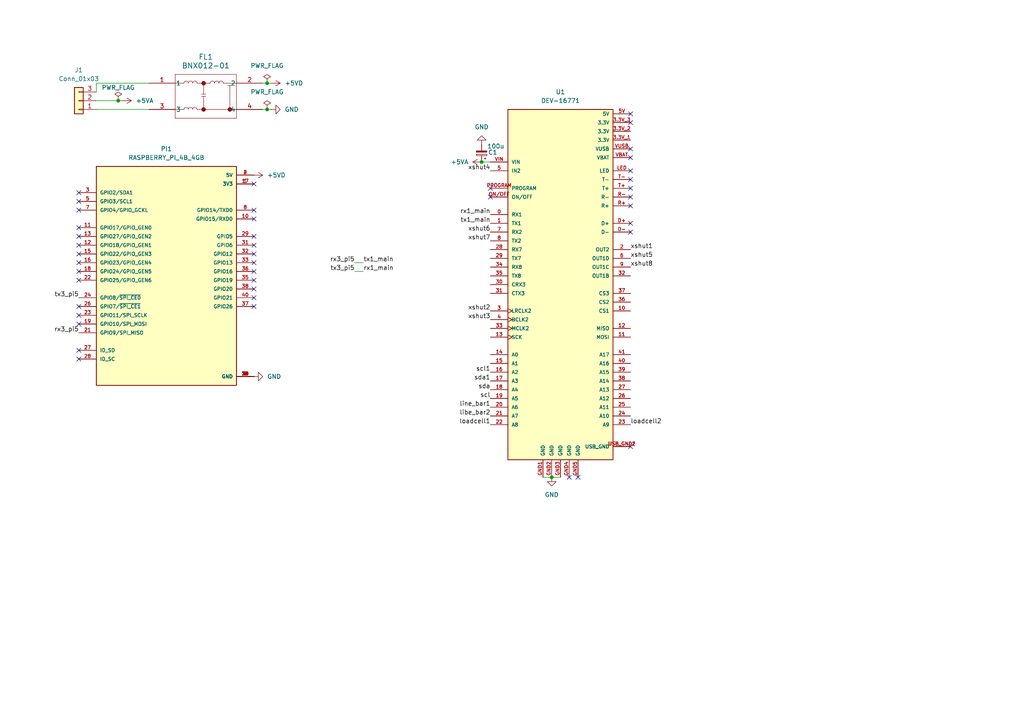
<source format=kicad_sch>
(kicad_sch (version 20231120) (generator "eeschema") (generator_version "8.0")
  (paper "A4")
  (lib_symbols
    (symbol "2024-09-25_16-45-16:BNX012-01" (pin_names (offset 0.254))
      (property "Reference" "FL1" (at 16.51 7.62 0))
      (property "Value" "BNX012-01" (at 16.51 5.08 0))
      (symbol "BNX012-01_0_1"
        (polyline (pts (xy 7.62 -10.16) (xy 25.4 -10.16)) (stroke (width 0.127)))
        (polyline (pts (xy 7.62 -7.62) (xy 10.16 -7.62)) (stroke (width 0.127)))
        (polyline (pts (xy 7.62 0) (xy 10.16 0)) (stroke (width 0.127)))
        (polyline (pts (xy 7.62 2.54) (xy 7.62 -10.16)) (stroke (width 0.127)))
        (polyline (pts (xy 13.97 -7.62) (xy 25.4 -7.62)) (stroke (width 0.127)))
        (polyline (pts (xy 13.97 0) (xy 17.78 0)) (stroke (width 0.127)))
        (polyline (pts (xy 15.24 -3.81) (xy 16.51 -3.81)) (stroke (width 0.127)))
        (polyline (pts (xy 15.24 -3.175) (xy 16.51 -3.175)) (stroke (width 0.127)))
        (polyline (pts (xy 15.875 -7.62) (xy 15.875 -3.81)) (stroke (width 0.127)))
        (polyline (pts (xy 15.875 -3.175) (xy 15.875 0)) (stroke (width 0.127)))
        (polyline (pts (xy 21.59 0) (xy 24.765 0)) (stroke (width 0.127)))
        (polyline (pts (xy 22.86 -0.635) (xy 24.13 -0.635)) (stroke (width 0.127)))
        (polyline (pts (xy 23.495 -7.62) (xy 23.495 -0.635)) (stroke (width 0.127)))
        (polyline (pts (xy 24.765 0) (xy 25.4 0)) (stroke (width 0.127)))
        (polyline (pts (xy 25.4 -10.16) (xy 25.4 2.54)) (stroke (width 0.127)))
        (polyline (pts (xy 25.4 2.54) (xy 7.62 2.54)) (stroke (width 0.127)))
        (arc (start 11.43 -7.62) (mid 10.795 -6.9877) (end 10.16 -7.62) (stroke (width 0.127)))
        (arc (start 11.43 0) (mid 10.795 0.6323) (end 10.16 0) (stroke (width 0.127)))
        (arc (start 12.7 -7.62) (mid 12.065 -6.9877) (end 11.43 -7.62) (stroke (width 0.127)))
        (arc (start 12.7 0) (mid 12.065 0.6323) (end 11.43 0) (stroke (width 0.127)))
        (arc (start 13.97 -7.62) (mid 13.335 -6.9877) (end 12.7 -7.62) (stroke (width 0.127)))
        (arc (start 13.97 0) (mid 13.335 0.6323) (end 12.7 0) (stroke (width 0.127)))
        (circle (center 15.875 -7.62) (radius 0.127) (stroke (width 0.508)))
        (circle (center 15.875 0) (radius 0.127) (stroke (width 0.508)))
        (arc (start 19.05 0) (mid 18.415 0.6323) (end 17.78 0) (stroke (width 0.127)))
        (arc (start 20.32 0) (mid 19.685 0.6323) (end 19.05 0) (stroke (width 0.127)))
        (arc (start 21.59 0) (mid 20.955 0.6323) (end 20.32 0) (stroke (width 0.127)))
        (circle (center 23.495 -7.62) (radius 0.127) (stroke (width 0.508)))
      )
      (symbol "BNX012-01_1_1"
        (pin passive line (at 0 0 0) (length 7.62) (name "1") (number "1"))
        (pin passive line (at 33.02 0 180) (length 7.62) (name "2") (number "2"))
        (pin passive line (at 0 -7.62 0) (length 7.62) (name "3") (number "3"))
        (pin passive line (at 33.02 -7.62 180) (length 7.62) (name "4") (number "4"))
      )
    )
    (symbol "Connector_Generic:Conn_01x03" (pin_names (offset 1.016) hide)
      (property "Reference" "J" (at 0 5.08 0))
      (property "Value" "Conn_01x03" (at 0 -5.08 0))
      (symbol "Conn_01x03_1_1"
        (rectangle (start -1.27 -2.413) (end 0 -2.667) (stroke (width 0.1524)))
        (rectangle (start -1.27 0.127) (end 0 -0.127) (stroke (width 0.1524)))
        (rectangle (start -1.27 2.667) (end 0 2.413) (stroke (width 0.1524)))
        (rectangle (start -1.27 3.81) (end 1.27 -3.81) (stroke (width 0.254)) (fill (type background)))
        (pin passive line (at -5.08 2.54 0) (length 3.81) (name "Pin_1") (number "1"))
        (pin passive line (at -5.08 0 0) (length 3.81) (name "Pin_2") (number "2"))
        (pin passive line (at -5.08 -2.54 0) (length 3.81) (name "Pin_3") (number "3"))
      )
    )
    (symbol "DEV-16771:DEV-16771" (pin_names (offset 1.016))
      (property "Reference" "U1" (at 0 55.88 0))
      (property "Value" "DEV-16771" (at 0 53.34 0))
      (symbol "DEV-16771_0_0"
        (rectangle (start -15.24 -50.8) (end 15.24 50.8) (stroke (width 0.254)) (fill (type background)))
        (pin bidirectional line (at -20.32 20.32 0) (length 5.08) (name "RX1") (number "0"))
        (pin bidirectional line (at -20.32 17.78 0) (length 5.08) (name "TX1") (number "1"))
        (pin bidirectional line (at 20.32 -7.62 180) (length 5.08) (name "CS1") (number "10"))
        (pin bidirectional line (at 20.32 -15.24 180) (length 5.08) (name "MOSI") (number "11"))
        (pin bidirectional line (at 20.32 -12.7 180) (length 5.08) (name "MISO") (number "12"))
        (pin bidirectional clock (at -20.32 -15.24 0) (length 5.08) (name "SCK") (number "13"))
        (pin bidirectional line (at -20.32 -20.32 0) (length 5.08) (name "A0") (number "14"))
        (pin bidirectional line (at -20.32 -22.86 0) (length 5.08) (name "A1") (number "15"))
        (pin bidirectional line (at -20.32 -25.4 0) (length 5.08) (name "A2") (number "16"))
        (pin bidirectional line (at -20.32 -27.94 0) (length 5.08) (name "A3") (number "17"))
        (pin bidirectional line (at -20.32 -30.48 0) (length 5.08) (name "A4") (number "18"))
        (pin bidirectional line (at -20.32 -33.02 0) (length 5.08) (name "A5") (number "19"))
        (pin output line (at 20.32 10.16 180) (length 5.08) (name "OUT2") (number "2"))
        (pin bidirectional line (at -20.32 -35.56 0) (length 5.08) (name "A6") (number "20"))
        (pin bidirectional line (at -20.32 -38.1 0) (length 5.08) (name "A7") (number "21"))
        (pin bidirectional line (at -20.32 -40.64 0) (length 5.08) (name "A8") (number "22"))
        (pin bidirectional line (at 20.32 -40.64 180) (length 5.08) (name "A9") (number "23"))
        (pin bidirectional line (at 20.32 -38.1 180) (length 5.08) (name "A10") (number "24"))
        (pin bidirectional line (at 20.32 -35.56 180) (length 5.08) (name "A11") (number "25"))
        (pin bidirectional line (at 20.32 -33.02 180) (length 5.08) (name "A12") (number "26"))
        (pin bidirectional line (at 20.32 -30.48 180) (length 5.08) (name "A13") (number "27"))
        (pin bidirectional line (at -20.32 10.16 0) (length 5.08) (name "RX7") (number "28"))
        (pin bidirectional line (at -20.32 7.62 0) (length 5.08) (name "TX7") (number "29"))
        (pin bidirectional clock (at -20.32 -7.62 0) (length 5.08) (name "LRCLK2") (number "3"))
        (pin power_in line (at 20.32 41.91 180) (length 5.08) (name "3.3V") (number "3.3V_1"))
        (pin power_in line (at 20.32 44.45 180) (length 5.08) (name "3.3V") (number "3.3V_2"))
        (pin power_in line (at 20.32 46.99 180) (length 5.08) (name "3.3V") (number "3.3V_3"))
        (pin bidirectional line (at -20.32 0 0) (length 5.08) (name "CRX3") (number "30"))
        (pin bidirectional line (at -20.32 -2.54 0) (length 5.08) (name "CTX3") (number "31"))
        (pin output line (at 20.32 2.54 180) (length 5.08) (name "OUT1B") (number "32"))
        (pin bidirectional clock (at -20.32 -12.7 0) (length 5.08) (name "MCLK2") (number "33"))
        (pin bidirectional line (at -20.32 5.08 0) (length 5.08) (name "RX8") (number "34"))
        (pin bidirectional line (at -20.32 2.54 0) (length 5.08) (name "TX8") (number "35"))
        (pin bidirectional line (at 20.32 -5.08 180) (length 5.08) (name "CS2") (number "36"))
        (pin bidirectional line (at 20.32 -2.54 180) (length 5.08) (name "CS3") (number "37"))
        (pin bidirectional line (at 20.32 -27.94 180) (length 5.08) (name "A14") (number "38"))
        (pin bidirectional line (at 20.32 -25.4 180) (length 5.08) (name "A15") (number "39"))
        (pin bidirectional clock (at -20.32 -10.16 0) (length 5.08) (name "BCLK2") (number "4"))
        (pin bidirectional line (at 20.32 -22.86 180) (length 5.08) (name "A16") (number "40"))
        (pin bidirectional line (at 20.32 -20.32 180) (length 5.08) (name "A17") (number "41"))
        (pin bidirectional line (at -20.32 33.02 0) (length 5.08) (name "IN2") (number "5"))
        (pin power_in line (at 20.32 49.53 180) (length 5.08) (name "5V") (number "5V"))
        (pin output line (at 20.32 7.62 180) (length 5.08) (name "OUT1D") (number "6"))
        (pin bidirectional line (at -20.32 15.24 0) (length 5.08) (name "RX2") (number "7"))
        (pin bidirectional line (at -20.32 12.7 0) (length 5.08) (name "TX2") (number "8"))
        (pin output line (at 20.32 5.08 180) (length 5.08) (name "OUT1C") (number "9"))
        (pin bidirectional line (at 20.32 17.78 180) (length 5.08) (name "D+") (number "D+"))
        (pin bidirectional line (at 20.32 15.24 180) (length 5.08) (name "D-") (number "D-"))
        (pin power_in line (at -5.08 -55.88 90) (length 5.08) (name "GND") (number "GND1"))
        (pin power_in line (at -2.54 -55.88 90) (length 5.08) (name "GND") (number "GND2"))
        (pin power_in line (at 0 -55.88 90) (length 5.08) (name "GND") (number "GND3"))
        (pin power_in line (at 2.54 -55.88 90) (length 5.08) (name "GND") (number "GND4"))
        (pin power_in line (at 5.08 -55.88 90) (length 5.08) (name "GND") (number "GND5"))
        (pin bidirectional line (at 20.32 33.02 180) (length 5.08) (name "LED") (number "LED"))
        (pin bidirectional line (at -20.32 25.4 0) (length 5.08) (name "ON/OFF") (number "ON/OFF"))
        (pin bidirectional line (at -20.32 27.94 0) (length 5.08) (name "PROGRAM") (number "PROGRAM"))
        (pin bidirectional line (at 20.32 22.86 180) (length 5.08) (name "R+") (number "R+"))
        (pin bidirectional line (at 20.32 25.4 180) (length 5.08) (name "R-") (number "R-"))
        (pin bidirectional line (at 20.32 27.94 180) (length 5.08) (name "T+") (number "T+"))
        (pin bidirectional line (at 20.32 30.48 180) (length 5.08) (name "T-") (number "T-"))
        (pin power_in line (at 20.32 -46.99 180) (length 5.08) (name "USB_GND") (number "USB_GND1"))
        (pin power_in line (at 20.32 -46.99 180) (length 5.08) (name "USB_GND") (number "USB_GND2"))
        (pin passive line (at 20.32 36.83 180) (length 5.08) (name "VBAT") (number "VBAT"))
        (pin input line (at -20.32 35.56 0) (length 5.08) (name "VIN") (number "VIN"))
        (pin passive line (at 20.32 39.37 180) (length 5.08) (name "VUSB") (number "VUSB"))
      )
    )
    (symbol "Device:C_Polarized_Small" (pin_numbers hide) (pin_names (offset 0.254) hide)
      (property "Reference" "C" (at 0.254 1.778 0))
      (property "Value" "C_Polarized_Small" (at 0.254 -2.032 0))
      (symbol "C_Polarized_Small_0_1"
        (rectangle (start -1.524 -0.3048) (end 1.524 -0.6858) (fill (type outline)))
        (rectangle (start -1.524 0.6858) (end 1.524 0.3048))
        (polyline (pts (xy -1.27 1.524) (xy -0.762 1.524)))
        (polyline (pts (xy -1.016 1.27) (xy -1.016 1.778)))
      )
      (symbol "C_Polarized_Small_1_1"
        (pin passive line (at 0 2.54 270) (length 1.8542) (name "~") (number "1"))
        (pin passive line (at 0 -2.54 90) (length 1.8542) (name "~") (number "2"))
      )
    )
    (symbol "RASPBERRY_PI_4B_4GB:RASPBERRY_PI_4B_4GB" (pin_names (offset 1.016))
      (property "Reference" "Pi1" (at 0 38.1 0))
      (property "Value" "RASPBERRY_PI_4B_4GB" (at 0 35.56 0))
      (symbol "RASPBERRY_PI_4B_4GB_0_0"
        (rectangle (start -20.32 33.02) (end 20.32 -30.48) (stroke (width 0.254)) (fill (type background)))
        (pin power_in line (at 25.4 27.94 180) (length 5.08) (name "3V3") (number "1"))
        (pin bidirectional line (at 25.4 17.78 180) (length 5.08) (name "GPIO15/RXD0") (number "10"))
        (pin bidirectional line (at -25.4 15.24 0) (length 5.08) (name "GPIO17/GPIO_GEN0") (number "11"))
        (pin bidirectional line (at -25.4 10.16 0) (length 5.08) (name "GPIO18/GPIO_GEN1") (number "12"))
        (pin bidirectional line (at -25.4 12.7 0) (length 5.08) (name "GPIO27/GPIO_GEN2") (number "13"))
        (pin power_in line (at 25.4 -27.94 180) (length 5.08) (name "GND") (number "14"))
        (pin bidirectional line (at -25.4 7.62 0) (length 5.08) (name "GPIO22/GPIO_GEN3") (number "15"))
        (pin bidirectional line (at -25.4 5.08 0) (length 5.08) (name "GPIO23/GPIO_GEN4") (number "16"))
        (pin power_in line (at 25.4 27.94 180) (length 5.08) (name "3V3") (number "17"))
        (pin bidirectional line (at -25.4 2.54 0) (length 5.08) (name "GPIO24/GPIO_GEN5") (number "18"))
        (pin bidirectional line (at -25.4 -12.7 0) (length 5.08) (name "GPIO10/SPI_MOSI") (number "19"))
        (pin power_in line (at 25.4 30.48 180) (length 5.08) (name "5V") (number "2"))
        (pin power_in line (at 25.4 -27.94 180) (length 5.08) (name "GND") (number "20"))
        (pin bidirectional line (at -25.4 -15.24 0) (length 5.08) (name "GPIO9/SPI_MISO") (number "21"))
        (pin bidirectional line (at -25.4 0 0) (length 5.08) (name "GPIO25/GPIO_GEN6") (number "22"))
        (pin bidirectional line (at -25.4 -10.16 0) (length 5.08) (name "GPIO11/SPI_SCLK") (number "23"))
        (pin bidirectional line (at -25.4 -5.08 0) (length 5.08) (name "GPIO8/~{SPI_CE0}") (number "24"))
        (pin power_in line (at 25.4 -27.94 180) (length 5.08) (name "GND") (number "25"))
        (pin bidirectional line (at -25.4 -7.62 0) (length 5.08) (name "GPIO7/~{SPI_CE1}") (number "26"))
        (pin bidirectional line (at -25.4 -20.32 0) (length 5.08) (name "ID_SD") (number "27"))
        (pin bidirectional line (at -25.4 -22.86 0) (length 5.08) (name "ID_SC") (number "28"))
        (pin bidirectional line (at 25.4 12.7 180) (length 5.08) (name "GPIO5") (number "29"))
        (pin bidirectional line (at -25.4 25.4 0) (length 5.08) (name "GPIO2/SDA1") (number "3"))
        (pin power_in line (at 25.4 -27.94 180) (length 5.08) (name "GND") (number "30"))
        (pin bidirectional line (at 25.4 10.16 180) (length 5.08) (name "GPIO6") (number "31"))
        (pin bidirectional line (at 25.4 7.62 180) (length 5.08) (name "GPIO12") (number "32"))
        (pin bidirectional line (at 25.4 5.08 180) (length 5.08) (name "GPIO13") (number "33"))
        (pin power_in line (at 25.4 -27.94 180) (length 5.08) (name "GND") (number "34"))
        (pin bidirectional line (at 25.4 0 180) (length 5.08) (name "GPIO19") (number "35"))
        (pin bidirectional line (at 25.4 2.54 180) (length 5.08) (name "GPIO16") (number "36"))
        (pin bidirectional line (at 25.4 -7.62 180) (length 5.08) (name "GPIO26") (number "37"))
        (pin bidirectional line (at 25.4 -2.54 180) (length 5.08) (name "GPIO20") (number "38"))
        (pin power_in line (at 25.4 -27.94 180) (length 5.08) (name "GND") (number "39"))
        (pin power_in line (at 25.4 30.48 180) (length 5.08) (name "5V") (number "4"))
        (pin bidirectional line (at 25.4 -5.08 180) (length 5.08) (name "GPIO21") (number "40"))
        (pin bidirectional line (at -25.4 22.86 0) (length 5.08) (name "GPIO3/SCL1") (number "5"))
        (pin power_in line (at 25.4 -27.94 180) (length 5.08) (name "GND") (number "6"))
        (pin bidirectional line (at -25.4 20.32 0) (length 5.08) (name "GPIO4/GPIO_GCKL") (number "7"))
        (pin bidirectional line (at 25.4 20.32 180) (length 5.08) (name "GPIO14/TXD0") (number "8"))
        (pin power_in line (at 25.4 -27.94 180) (length 5.08) (name "GND") (number "9"))
      )
    )
    (symbol "power:+5VA" (power) (pin_numbers hide) (pin_names (offset 0) hide)
      (property "Value" "+5VA" (at 0 3.556 0))
      (symbol "+5VA_0_1"
        (polyline (pts (xy -0.762 1.27) (xy 0 2.54)))
        (polyline (pts (xy 0 0) (xy 0 2.54)))
        (polyline (pts (xy 0 2.54) (xy 0.762 1.27)))
      )
      (symbol "+5VA_1_1"
        (pin power_in line (at 0 0 90) (length 0) (name "~") (number "1"))
      )
    )
    (symbol "power:+5VD" (power) (pin_numbers hide) (pin_names (offset 0) hide)
      (property "Value" "+5VD" (at 0 3.556 0))
      (symbol "+5VD_0_1"
        (polyline (pts (xy -0.762 1.27) (xy 0 2.54)))
        (polyline (pts (xy 0 0) (xy 0 2.54)))
        (polyline (pts (xy 0 2.54) (xy 0.762 1.27)))
      )
      (symbol "+5VD_1_1"
        (pin power_in line (at 0 0 90) (length 0) (name "~") (number "1"))
      )
    )
    (symbol "power:GND" (power) (pin_numbers hide) (pin_names (offset 0) hide)
      (property "Value" "GND" (at 0 -3.81 0))
      (symbol "GND_0_1"
        (polyline (pts (xy 0 0) (xy 0 -1.27) (xy 1.27 -1.27) (xy 0 -2.54) (xy -1.27 -1.27) (xy 0 -1.27)))
      )
      (symbol "GND_1_1"
        (pin power_in line (at 0 0 270) (length 0) (name "~") (number "1"))
      )
    )
    (symbol "power:PWR_FLAG" (power) (pin_numbers hide) (pin_names (offset 0) hide)
      (property "Value" "PWR_FLAG" (at 0 3.81 0))
      (symbol "PWR_FLAG_0_0"
        (pin power_out line (at 0 0 90) (length 0) (name "~") (number "1"))
      )
      (symbol "PWR_FLAG_0_1"
        (polyline (pts (xy 0 0) (xy 0 1.27) (xy -1.016 1.905) (xy 0 2.54) (xy 1.016 1.905) (xy 0 1.27)))
      )
    )
  )
  (junction (at 34.29 29.21))
  (junction (at 160.02 138.43))
  (junction (at 139.7 46.99))
  (junction (at 77.47 31.75))
  (junction (at 77.47 24.13))
  (no_connect (at 22.86 60.96))
  (no_connect (at 22.86 58.42))
  (no_connect (at 22.86 101.6))
  (no_connect (at 165.1 138.43))
  (no_connect (at 22.86 76.2))
  (no_connect (at 182.88 64.77))
  (no_connect (at 73.66 63.5))
  (no_connect (at 73.66 71.12))
  (no_connect (at 73.66 60.96))
  (no_connect (at 182.88 52.07))
  (no_connect (at 73.66 73.66))
  (no_connect (at 182.88 43.18))
  (no_connect (at 22.86 81.28))
  (no_connect (at 22.86 68.58))
  (no_connect (at 22.86 104.14))
  (no_connect (at 22.86 78.74))
  (no_connect (at 182.88 33.02))
  (no_connect (at 22.86 66.04))
  (no_connect (at 73.66 68.58))
  (no_connect (at 22.86 93.98))
  (no_connect (at 182.88 35.56))
  (no_connect (at 22.86 71.12))
  (no_connect (at 182.88 49.53))
  (no_connect (at 182.88 67.31))
  (no_connect (at 73.66 88.9))
  (no_connect (at 22.86 88.9))
  (no_connect (at 167.64 138.43))
  (no_connect (at 182.88 57.15))
  (no_connect (at 73.66 53.34))
  (no_connect (at 22.86 73.66))
  (no_connect (at 182.88 59.69))
  (no_connect (at 73.66 86.36))
  (no_connect (at 73.66 83.82))
  (no_connect (at 73.66 78.74))
  (no_connect (at 22.86 55.88))
  (no_connect (at 73.66 81.28))
  (no_connect (at 182.88 54.61))
  (no_connect (at 182.88 45.72))
  (no_connect (at 142.24 54.61))
  (no_connect (at 142.24 57.15))
  (no_connect (at 22.86 91.44))
  (no_connect (at 182.88 129.54))
  (no_connect (at 73.66 76.2))
  (wire (pts (xy 27.94 29.21) (xy 34.29 29.21)))
  (wire (pts (xy 102.87 76.2) (xy 105.41 76.2)))
  (wire (pts (xy 27.94 24.13) (xy 43.18 24.13)))
  (wire (pts (xy 34.29 29.21) (xy 35.56 29.21)))
  (wire (pts (xy 160.02 138.43) (xy 162.56 138.43)))
  (wire (pts (xy 27.94 24.13) (xy 27.94 26.67)))
  (wire (pts (xy 77.47 24.13) (xy 76.2 24.13)))
  (wire (pts (xy 157.48 138.43) (xy 160.02 138.43)))
  (wire (pts (xy 139.7 46.99) (xy 142.24 46.99)))
  (wire (pts (xy 78.74 24.13) (xy 77.47 24.13)))
  (wire (pts (xy 78.74 31.75) (xy 77.47 31.75)))
  (wire (pts (xy 77.47 31.75) (xy 76.2 31.75)))
  (wire (pts (xy 102.87 78.74) (xy 105.41 78.74)))
  (wire (pts (xy 27.94 31.75) (xy 43.18 31.75)))
  (label "sda" (at 142.24 113.03 180))
  (label "scl1" (at 142.24 107.95 180))
  (label "xshut5" (at 182.88 74.93 0))
  (label "line_bar1" (at 142.24 118.11 180))
  (label "rx3_pi5" (at 22.86 96.52 180))
  (label "rx1_main" (at 105.41 78.74 0))
  (label "libe_bar2" (at 142.24 120.65 180))
  (label "sda1" (at 142.24 110.49 180))
  (label "tx3_pi5" (at 102.87 78.74 180))
  (label "xshut7" (at 142.24 69.85 180))
  (label "xshut6" (at 142.24 67.31 180))
  (label "loadcell2" (at 182.88 123.19 0))
  (label "xshut2" (at 142.24 90.17 180))
  (label "rx1_main" (at 142.24 62.23 180))
  (label "xshut1" (at 182.88 72.39 0))
  (label "tx3_pi5" (at 22.86 86.36 180))
  (label "xshut4" (at 142.24 49.53 180))
  (label "xshut3" (at 142.24 92.71 180))
  (label "tx1_main" (at 142.24 64.77 180))
  (label "rx3_pi5" (at 102.87 76.2 180))
  (label "tx1_main" (at 105.41 76.2 0))
  (label "xshut8" (at 182.88 77.47 0))
  (label "loadcell1" (at 142.24 123.19 180))
  (label "scl" (at 142.24 115.57 180))
  (symbol (lib_id "power:GND") (at 73.66 109.22 90) (unit 1)
    (property "Reference" "#PWR05" (effects (hide yes)))
    (property "Value" "GND" (at 77.47 109.2199 90) (effects (justify right)))
    (property "Description" "Power symbol creates a global label with name \"GND\" , ground" (effects (hide yes)))
  )
  (symbol (lib_id "Device:C_Polarized_Small") (at 139.7 44.45 180) (unit 1)
    (property "Reference" "C1" (at 144.272 44.196 0) (effects (justify left)))
    (property "Value" "100u" (at 146.304 42.418 0) (effects (justify left)))
    (property "Description" "Polarized capacitor, small symbol" (effects (hide yes)))
  )
  (symbol (lib_id "RASPBERRY_PI_4B_4GB:RASPBERRY_PI_4B_4GB") (at 48.26 81.28 0) (unit 1)
    (property "Reference" "Pi1" (at 48.26 43.18 0))
    (property "Value" "RASPBERRY_PI_4B_4GB" (at 48.26 45.72 0))
    (property "Footprint" "Raspberry Pi 5:Raspberry Pi 5" (effects (hide yes)))
    (property "MF" "Raspberry Pi" (effects (hide yes)))
    (property "MAXIMUM_PACKAGE_HEIGHT" "16 mm" (effects (hide yes)))
    (property "Package" "None" (effects (hide yes)))
    (property "Price" "None" (effects (hide yes)))
    (property "Check_prices" "https://www.snapeda.com/parts/RASPBERRY%20PI%204B/4GB/Raspberry+Pi/view-part/?ref=eda" (effects (hide yes)))
    (property "STANDARD" "Manufacturer Recommendations" (effects (hide yes)))
    (property "PARTREV" "4" (effects (hide yes)))
    (property "SnapEDA_Link" "https://www.snapeda.com/parts/RASPBERRY%20PI%204B/4GB/Raspberry+Pi/view-part/?ref=snap" (effects (hide yes)))
    (property "MP" "RASPBERRY PI 4B/4GB" (effects (hide yes)))
    (property "Description_1" "\nBCM2711 Raspberry Pi 4 Model B 4GB - ARM® Cortex®-A72 MPU Embedded Evaluation Board\n" (effects (hide yes)))
    (property "MANUFACTURER" "Raspberry Pi" (effects (hide yes)))
    (property "Availability" "In Stock" (effects (hide yes)))
    (property "SNAPEDA_PN" "RASPBERRY PI 4B/4GB" (effects (hide yes)))
  )
  (symbol (lib_id "Connector_Generic:Conn_01x03") (at 22.86 29.21 180) (unit 1)
    (property "Reference" "J1" (at 22.86 20.32 0))
    (property "Value" "Conn_01x03" (at 22.86 22.86 0))
    (property "Footprint" "Connector_JST:JST_VH_B3PS-VH_1x03_P3.96mm_Horizontal" (effects (hide yes)))
    (property "Description" "Generic connector, single row, 01x03, script generated (kicad-library-utils/schlib/autogen/connector/)" (effects (hide yes)))
  )
  (symbol (lib_id "2024-09-25_16-45-16:BNX012-01") (at 43.18 24.13 0) (unit 1)
    (property "Reference" "FL1" (at 59.69 16.51 0) (effects (font (size 1.524 1.524))))
    (property "Value" "BNX012-01" (at 59.69 19.05 0) (effects (font (size 1.524 1.524))))
    (property "Footprint" "BNX012H01_MUR" (effects (hide yes)))
    (property "Datasheet" "BNX012-01" (effects (hide yes)))
  )
  (symbol (lib_id "power:GND") (at 160.02 138.43 0) (unit 1)
    (property "Reference" "#PWR06" (effects (hide yes)))
    (property "Value" "GND" (at 160.02 143.51 0))
    (property "Description" "Power symbol creates a global label with name \"GND\" , ground" (effects (hide yes)))
  )
  (symbol (lib_id "power:GND") (at 78.74 31.75 90) (unit 1)
    (property "Reference" "#PWR01" (effects (hide yes)))
    (property "Value" "GND" (at 82.55 31.7499 90) (effects (justify right)))
    (property "Description" "Power symbol creates a global label with name \"GND\" , ground" (effects (hide yes)))
  )
  (symbol (lib_id "power:+5VD") (at 78.74 24.13 270) (unit 1)
    (property "Reference" "#PWR02" (effects (hide yes)))
    (property "Value" "+5VD" (at 82.55 24.1299 90) (effects (justify left)))
    (property "Description" "Power symbol creates a global label with name \"+5VD\"" (effects (hide yes)))
  )
  (symbol (lib_id "power:+5VA") (at 139.7 46.99 90) (unit 1)
    (property "Reference" "#PWR07" (effects (hide yes)))
    (property "Value" "+5VA" (at 135.89 46.9899 90) (effects (justify left)))
    (property "Description" "Power symbol creates a global label with name \"+5VA\"" (effects (hide yes)))
  )
  (symbol (lib_id "power:+5VA") (at 35.56 29.21 270) (unit 1)
    (property "Reference" "#PWR03" (effects (hide yes)))
    (property "Value" "+5VA" (at 39.37 29.2099 90) (effects (justify left)))
    (property "Description" "Power symbol creates a global label with name \"+5VA\"" (effects (hide yes)))
  )
  (symbol (lib_id "power:PWR_FLAG") (at 77.47 31.75 0) (unit 1)
    (property "Reference" "#FLG03" (effects (hide yes)))
    (property "Value" "PWR_FLAG" (at 77.47 26.67 0))
    (property "Description" "Special symbol for telling ERC where power comes from" (effects (hide yes)))
  )
  (symbol (lib_id "power:+5VD") (at 73.66 50.8 270) (unit 1)
    (property "Reference" "#PWR04" (effects (hide yes)))
    (property "Value" "+5VD" (at 77.47 50.7999 90) (effects (justify left)))
    (property "Description" "Power symbol creates a global label with name \"+5VD\"" (effects (hide yes)))
  )
  (symbol (lib_id "power:PWR_FLAG") (at 34.29 29.21 0) (unit 1)
    (property "Reference" "#FLG02" (effects (hide yes)))
    (property "Value" "PWR_FLAG" (at 34.29 25.4 0))
    (property "Description" "Special symbol for telling ERC where power comes from" (effects (hide yes)))
  )
  (symbol (lib_id "power:PWR_FLAG") (at 77.47 24.13 0) (unit 1)
    (property "Reference" "#FLG01" (effects (hide yes)))
    (property "Value" "PWR_FLAG" (at 77.47 19.05 0))
    (property "Description" "Special symbol for telling ERC where power comes from" (effects (hide yes)))
  )
  (symbol (lib_id "DEV-16771:DEV-16771") (at 162.56 82.55 0) (unit 1)
    (property "Reference" "U1" (at 162.56 26.67 0))
    (property "Value" "DEV-16771" (at 162.56 29.21 0))
    (property "Footprint" "DEV-16771:MODULE_DEV-16771" (effects (hide yes)))
    (property "MF" "SparkFun Electronics" (effects (hide yes)))
    (property "MAXIMUM_PACKAGE_HEIGHT" "4.07mm" (effects (hide yes)))
    (property "Package" "None" (effects (hide yes)))
    (property "Price" "None" (effects (hide yes)))
    (property "Check_prices" "https://www.snapeda.com/parts/DEV-16771/SparkFun+Electronics/view-part/?ref=eda" (effects (hide yes)))
    (property "STANDARD" "Manufacturer recommendations" (effects (hide yes)))
    (property "PARTREV" "4.1" (effects (hide yes)))
    (property "SnapEDA_Link" "https://www.snapeda.com/parts/DEV-16771/SparkFun+Electronics/view-part/?ref=snap" (effects (hide yes)))
    (property "MP" "DEV-16771" (effects (hide yes)))
    (property "Purchase-URL" "https://www.snapeda.com/api/url_track_click_mouser/?unipart_id=4833875&manufacturer=SparkFun Electronics&part_name=DEV-16771&search_term=None" (effects (hide yes)))
    (property "Description_1" "\nRT1062 Teensy 4.1 series ARM® Cortex®-M7 MPU Embedded Evaluation Board\n" (effects (hide yes)))
    (property "Availability" "In Stock" (effects (hide yes)))
    (property "MANUFACTURER" "SparkFun Electronics" (effects (hide yes)))
  )
  (symbol (lib_id "power:GND") (at 139.7 41.91 180) (unit 1)
    (property "Reference" "#PWR08" (effects (hide yes)))
    (property "Value" "GND" (at 139.7 36.83 0))
    (property "Description" "Power symbol creates a global label with name \"GND\" , ground" (effects (hide yes)))
  )
)
</source>
